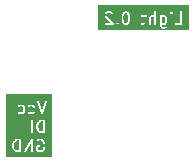
<source format=gbr>
%TF.GenerationSoftware,KiCad,Pcbnew,7.0.5*%
%TF.CreationDate,2023-10-17T21:25:03+03:00*%
%TF.ProjectId,Light,4c696768-742e-46b6-9963-61645f706362,rev?*%
%TF.SameCoordinates,Original*%
%TF.FileFunction,Legend,Bot*%
%TF.FilePolarity,Positive*%
%FSLAX46Y46*%
G04 Gerber Fmt 4.6, Leading zero omitted, Abs format (unit mm)*
G04 Created by KiCad (PCBNEW 7.0.5) date 2023-10-17 21:25:03*
%MOMM*%
%LPD*%
G01*
G04 APERTURE LIST*
%ADD10C,0.150000*%
G04 APERTURE END LIST*
D10*
G36*
X79640601Y-93394819D02*
G01*
X79489676Y-93394819D01*
X79375161Y-93356647D01*
X79301049Y-93282533D01*
X79262556Y-93205547D01*
X79219173Y-93032013D01*
X79219173Y-92907624D01*
X79262556Y-92734091D01*
X79301051Y-92657101D01*
X79375162Y-92582990D01*
X79489677Y-92544819D01*
X79640601Y-92544819D01*
X79640601Y-93394819D01*
G37*
G36*
X81688220Y-91784819D02*
G01*
X81537295Y-91784819D01*
X81422780Y-91746647D01*
X81348668Y-91672533D01*
X81310175Y-91595547D01*
X81266792Y-91422013D01*
X81266792Y-91297624D01*
X81310175Y-91124091D01*
X81348670Y-91047102D01*
X81422781Y-90972990D01*
X81537296Y-90934819D01*
X81688220Y-90934819D01*
X81688220Y-91784819D01*
G37*
G36*
X82467857Y-93967857D02*
G01*
X78509524Y-93967857D01*
X78509524Y-93038073D01*
X79066071Y-93038073D01*
X79069173Y-93050481D01*
X79069173Y-93052029D01*
X79071777Y-93060898D01*
X79115791Y-93236953D01*
X79114861Y-93245567D01*
X79121027Y-93257900D01*
X79121646Y-93260373D01*
X79125828Y-93267500D01*
X79168123Y-93352090D01*
X79170806Y-93364422D01*
X79185435Y-93379051D01*
X79199495Y-93394167D01*
X79200913Y-93394529D01*
X79278761Y-93472378D01*
X79290040Y-93486387D01*
X79304581Y-93491234D01*
X79318034Y-93498580D01*
X79325102Y-93498074D01*
X79444869Y-93537997D01*
X79455484Y-93544819D01*
X79476163Y-93544819D01*
X79496803Y-93545565D01*
X79498062Y-93544819D01*
X79710241Y-93544819D01*
X79726725Y-93547189D01*
X79741877Y-93540269D01*
X79757861Y-93535576D01*
X79761597Y-93531263D01*
X79766789Y-93528893D01*
X79775796Y-93514876D01*
X79786703Y-93502290D01*
X79787514Y-93496643D01*
X79790601Y-93491841D01*
X79790601Y-93475178D01*
X79790787Y-93473886D01*
X80113732Y-93473886D01*
X80120380Y-93492820D01*
X80126035Y-93512079D01*
X80127625Y-93513457D01*
X80128323Y-93515443D01*
X80144153Y-93527778D01*
X80159321Y-93540921D01*
X80161404Y-93541220D01*
X80163064Y-93542514D01*
X80183054Y-93544333D01*
X80202916Y-93547189D01*
X80204829Y-93546315D01*
X80206927Y-93546506D01*
X80224731Y-93537226D01*
X80242980Y-93528893D01*
X80244117Y-93527122D01*
X80245984Y-93526150D01*
X80255940Y-93508726D01*
X80266792Y-93491841D01*
X80266792Y-93489736D01*
X80688220Y-92752237D01*
X80688220Y-93480601D01*
X80697463Y-93512079D01*
X80730749Y-93540921D01*
X80774344Y-93547189D01*
X80814408Y-93528893D01*
X80838220Y-93491841D01*
X80838220Y-93369003D01*
X81113825Y-93369003D01*
X81116792Y-93382642D01*
X81116792Y-93385362D01*
X81119074Y-93393136D01*
X81123187Y-93412040D01*
X81125223Y-93414076D01*
X81126035Y-93416840D01*
X81140651Y-93429505D01*
X81183522Y-93472377D01*
X81194802Y-93486387D01*
X81209345Y-93491234D01*
X81222795Y-93498579D01*
X81229861Y-93498073D01*
X81349631Y-93537997D01*
X81360246Y-93544819D01*
X81380925Y-93544819D01*
X81401565Y-93545565D01*
X81402824Y-93544819D01*
X81468104Y-93544819D01*
X81480331Y-93547934D01*
X81499943Y-93541396D01*
X81519766Y-93535576D01*
X81520724Y-93534469D01*
X81640250Y-93494627D01*
X81657824Y-93490805D01*
X81668664Y-93479964D01*
X81681248Y-93471219D01*
X81683955Y-93464672D01*
X81761985Y-93386642D01*
X81772835Y-93380199D01*
X81782085Y-93361698D01*
X81791981Y-93343575D01*
X81791876Y-93342115D01*
X81824328Y-93277212D01*
X81830640Y-93271278D01*
X81833984Y-93257900D01*
X81835124Y-93255621D01*
X81836587Y-93247488D01*
X81880606Y-93071410D01*
X81885839Y-93063269D01*
X81885839Y-93050481D01*
X81886215Y-93048977D01*
X81885839Y-93039730D01*
X81885839Y-92910732D01*
X81888941Y-92901564D01*
X81885839Y-92889155D01*
X81885839Y-92887608D01*
X81883234Y-92878738D01*
X81839220Y-92702681D01*
X81840150Y-92694070D01*
X81833984Y-92681739D01*
X81833366Y-92679264D01*
X81829178Y-92672125D01*
X81786888Y-92587545D01*
X81784206Y-92575215D01*
X81769586Y-92560595D01*
X81755517Y-92545470D01*
X81754098Y-92545107D01*
X81676249Y-92467258D01*
X81664972Y-92453251D01*
X81650430Y-92448403D01*
X81636978Y-92441058D01*
X81629910Y-92441563D01*
X81510143Y-92401641D01*
X81499528Y-92394819D01*
X81478848Y-92394819D01*
X81458209Y-92394073D01*
X81456950Y-92394819D01*
X81338680Y-92394819D01*
X81320805Y-92392889D01*
X81307095Y-92399743D01*
X81292389Y-92404062D01*
X81287749Y-92409416D01*
X81196226Y-92455178D01*
X81172205Y-92477522D01*
X81161294Y-92520193D01*
X81175184Y-92561989D01*
X81209466Y-92589641D01*
X81253255Y-92594369D01*
X81352353Y-92544819D01*
X81465336Y-92544819D01*
X81579849Y-92582990D01*
X81653961Y-92657102D01*
X81692455Y-92734088D01*
X81735839Y-92907624D01*
X81735839Y-93032012D01*
X81692455Y-93205545D01*
X81653961Y-93282534D01*
X81579849Y-93356647D01*
X81465334Y-93394819D01*
X81394438Y-93394819D01*
X81279924Y-93356647D01*
X81266792Y-93343514D01*
X81266792Y-93116247D01*
X81393050Y-93116247D01*
X81424528Y-93107004D01*
X81453370Y-93073718D01*
X81459638Y-93030123D01*
X81441342Y-92990059D01*
X81404290Y-92966247D01*
X81197152Y-92966247D01*
X81180668Y-92963877D01*
X81165515Y-92970796D01*
X81149532Y-92975490D01*
X81145795Y-92979802D01*
X81140604Y-92982173D01*
X81131596Y-92996189D01*
X81120690Y-93008776D01*
X81119878Y-93014422D01*
X81116792Y-93019225D01*
X81116792Y-93035887D01*
X81114422Y-93052371D01*
X81116792Y-93057560D01*
X81116792Y-93361048D01*
X81113825Y-93369003D01*
X80838220Y-93369003D01*
X80838220Y-92478615D01*
X80841280Y-92465751D01*
X80834630Y-92446814D01*
X80828977Y-92427559D01*
X80827386Y-92426180D01*
X80826689Y-92424195D01*
X80810858Y-92411859D01*
X80795691Y-92398717D01*
X80793607Y-92398417D01*
X80791948Y-92397124D01*
X80771957Y-92395304D01*
X80752096Y-92392449D01*
X80750182Y-92393322D01*
X80748085Y-92393132D01*
X80730280Y-92402411D01*
X80712032Y-92410745D01*
X80710894Y-92412515D01*
X80709028Y-92413488D01*
X80699071Y-92430911D01*
X80688220Y-92447797D01*
X80688220Y-92449902D01*
X80266792Y-93187401D01*
X80266792Y-92459037D01*
X80257549Y-92427559D01*
X80224263Y-92398717D01*
X80180668Y-92392449D01*
X80140604Y-92410745D01*
X80116792Y-92447797D01*
X80116792Y-93461022D01*
X80113732Y-93473886D01*
X79790787Y-93473886D01*
X79792971Y-93458695D01*
X79790601Y-93453505D01*
X79790601Y-92475178D01*
X79792971Y-92458695D01*
X79786051Y-92443542D01*
X79781358Y-92427559D01*
X79777045Y-92423822D01*
X79774675Y-92418631D01*
X79760658Y-92409623D01*
X79748072Y-92398717D01*
X79742425Y-92397905D01*
X79737623Y-92394819D01*
X79720961Y-92394819D01*
X79704477Y-92392449D01*
X79699287Y-92394819D01*
X79486908Y-92394819D01*
X79474680Y-92391704D01*
X79455060Y-92398243D01*
X79435246Y-92404062D01*
X79434287Y-92405168D01*
X79314758Y-92445010D01*
X79297188Y-92448833D01*
X79286349Y-92459671D01*
X79273763Y-92468419D01*
X79271054Y-92474966D01*
X79193026Y-92552994D01*
X79182177Y-92559438D01*
X79172926Y-92577938D01*
X79163031Y-92596061D01*
X79163135Y-92597521D01*
X79130683Y-92662425D01*
X79124372Y-92668360D01*
X79121027Y-92681737D01*
X79119888Y-92684017D01*
X79118424Y-92692149D01*
X79074405Y-92868226D01*
X79069173Y-92876368D01*
X79069173Y-92889156D01*
X79068797Y-92890660D01*
X79069173Y-92899906D01*
X79069173Y-93028904D01*
X79066071Y-93038073D01*
X78509524Y-93038073D01*
X78509524Y-91870601D01*
X80688220Y-91870601D01*
X80697463Y-91902079D01*
X80730749Y-91930921D01*
X80774344Y-91937189D01*
X80814408Y-91918893D01*
X80838220Y-91881841D01*
X80838220Y-91428073D01*
X81113690Y-91428073D01*
X81116792Y-91440481D01*
X81116792Y-91442029D01*
X81119396Y-91450898D01*
X81163410Y-91626953D01*
X81162480Y-91635567D01*
X81168646Y-91647900D01*
X81169265Y-91650373D01*
X81173447Y-91657500D01*
X81215742Y-91742090D01*
X81218425Y-91754422D01*
X81233054Y-91769051D01*
X81247114Y-91784167D01*
X81248532Y-91784529D01*
X81326380Y-91862378D01*
X81337659Y-91876387D01*
X81352200Y-91881234D01*
X81365653Y-91888580D01*
X81372721Y-91888074D01*
X81492488Y-91927997D01*
X81503103Y-91934819D01*
X81523782Y-91934819D01*
X81544422Y-91935565D01*
X81545681Y-91934819D01*
X81757860Y-91934819D01*
X81774344Y-91937189D01*
X81789496Y-91930269D01*
X81805480Y-91925576D01*
X81809216Y-91921263D01*
X81814408Y-91918893D01*
X81823415Y-91904876D01*
X81834322Y-91892290D01*
X81835133Y-91886643D01*
X81838220Y-91881841D01*
X81838220Y-91865178D01*
X81840590Y-91848695D01*
X81838220Y-91843505D01*
X81838220Y-90865178D01*
X81840590Y-90848695D01*
X81833670Y-90833542D01*
X81828977Y-90817559D01*
X81824664Y-90813822D01*
X81822294Y-90808631D01*
X81808277Y-90799623D01*
X81795691Y-90788717D01*
X81790044Y-90787905D01*
X81785242Y-90784819D01*
X81768580Y-90784819D01*
X81752096Y-90782449D01*
X81746906Y-90784819D01*
X81534527Y-90784819D01*
X81522299Y-90781704D01*
X81502679Y-90788243D01*
X81482865Y-90794062D01*
X81481906Y-90795168D01*
X81362377Y-90835010D01*
X81344807Y-90838833D01*
X81333968Y-90849671D01*
X81321382Y-90858419D01*
X81318673Y-90864966D01*
X81240645Y-90942994D01*
X81229796Y-90949438D01*
X81220545Y-90967938D01*
X81210650Y-90986061D01*
X81210754Y-90987521D01*
X81178302Y-91052425D01*
X81171991Y-91058360D01*
X81168646Y-91071737D01*
X81167507Y-91074017D01*
X81166043Y-91082149D01*
X81122024Y-91258226D01*
X81116792Y-91266368D01*
X81116792Y-91279156D01*
X81116416Y-91280660D01*
X81116792Y-91289906D01*
X81116792Y-91418904D01*
X81113690Y-91428073D01*
X80838220Y-91428073D01*
X80838220Y-90849037D01*
X80828977Y-90817559D01*
X80795691Y-90788717D01*
X80752096Y-90782449D01*
X80712032Y-90800745D01*
X80688220Y-90837797D01*
X80688220Y-91870601D01*
X78509524Y-91870601D01*
X78509524Y-89633526D01*
X79542246Y-89633526D01*
X79556136Y-89675322D01*
X79590418Y-89702974D01*
X79634207Y-89707702D01*
X79733305Y-89658152D01*
X79888371Y-89658152D01*
X79956889Y-89692411D01*
X79987294Y-89722816D01*
X80021553Y-89791332D01*
X80021553Y-90041636D01*
X79987294Y-90110153D01*
X79956886Y-90140561D01*
X79888372Y-90174819D01*
X79733307Y-90174819D01*
X79644260Y-90130296D01*
X79611972Y-90124486D01*
X79571289Y-90141359D01*
X79546186Y-90177549D01*
X79544634Y-90221565D01*
X79567125Y-90259434D01*
X79678452Y-90315097D01*
X79693579Y-90324819D01*
X79708909Y-90324819D01*
X79723992Y-90327533D01*
X79730536Y-90324819D01*
X79902037Y-90324819D01*
X79919921Y-90326750D01*
X79933634Y-90319893D01*
X79948337Y-90315576D01*
X79952975Y-90310222D01*
X80026443Y-90273487D01*
X80038777Y-90270805D01*
X80053408Y-90256172D01*
X80068521Y-90242116D01*
X80068883Y-90240696D01*
X80095317Y-90214262D01*
X80106168Y-90207818D01*
X80115424Y-90189304D01*
X80125314Y-90171194D01*
X80125209Y-90169734D01*
X80161831Y-90096490D01*
X80171553Y-90081364D01*
X80171553Y-90066034D01*
X80174267Y-90050951D01*
X80171553Y-90044407D01*
X80171553Y-89777658D01*
X80173483Y-89759784D01*
X80166628Y-89746074D01*
X80162310Y-89731368D01*
X80156955Y-89726728D01*
X80120221Y-89653259D01*
X80117539Y-89640929D01*
X80110136Y-89633526D01*
X80399389Y-89633526D01*
X80413279Y-89675322D01*
X80447561Y-89702974D01*
X80491350Y-89707702D01*
X80590448Y-89658152D01*
X80745514Y-89658152D01*
X80814032Y-89692411D01*
X80844437Y-89722816D01*
X80878696Y-89791332D01*
X80878696Y-90041636D01*
X80844437Y-90110153D01*
X80814029Y-90140561D01*
X80745515Y-90174819D01*
X80590450Y-90174819D01*
X80501403Y-90130296D01*
X80469115Y-90124486D01*
X80428432Y-90141359D01*
X80403329Y-90177549D01*
X80401777Y-90221565D01*
X80424268Y-90259434D01*
X80535595Y-90315097D01*
X80550722Y-90324819D01*
X80566052Y-90324819D01*
X80581135Y-90327533D01*
X80587679Y-90324819D01*
X80759180Y-90324819D01*
X80777064Y-90326750D01*
X80790777Y-90319893D01*
X80805480Y-90315576D01*
X80810118Y-90310222D01*
X80883586Y-90273487D01*
X80895920Y-90270805D01*
X80910551Y-90256172D01*
X80925664Y-90242116D01*
X80926026Y-90240696D01*
X80952460Y-90214262D01*
X80963311Y-90207818D01*
X80972567Y-90189304D01*
X80982457Y-90171194D01*
X80982352Y-90169734D01*
X81018974Y-90096490D01*
X81028696Y-90081364D01*
X81028696Y-90066034D01*
X81031410Y-90050951D01*
X81028696Y-90044407D01*
X81028696Y-89777658D01*
X81030626Y-89759784D01*
X81023771Y-89746074D01*
X81019453Y-89731368D01*
X81014098Y-89726728D01*
X80977364Y-89653259D01*
X80974682Y-89640929D01*
X80960062Y-89626309D01*
X80945993Y-89611184D01*
X80944574Y-89610821D01*
X80918139Y-89584386D01*
X80911696Y-89573537D01*
X80893195Y-89564286D01*
X80875073Y-89554391D01*
X80873612Y-89554495D01*
X80800371Y-89517875D01*
X80785242Y-89508152D01*
X80769912Y-89508152D01*
X80754829Y-89505438D01*
X80748285Y-89508152D01*
X80576775Y-89508152D01*
X80558900Y-89506222D01*
X80545190Y-89513076D01*
X80530484Y-89517395D01*
X80525844Y-89522749D01*
X80434321Y-89568511D01*
X80410300Y-89590855D01*
X80399389Y-89633526D01*
X80110136Y-89633526D01*
X80102919Y-89626309D01*
X80088850Y-89611184D01*
X80087431Y-89610821D01*
X80060996Y-89584386D01*
X80054553Y-89573537D01*
X80036052Y-89564286D01*
X80017930Y-89554391D01*
X80016469Y-89554495D01*
X79943228Y-89517875D01*
X79928099Y-89508152D01*
X79912769Y-89508152D01*
X79897686Y-89505438D01*
X79891142Y-89508152D01*
X79719632Y-89508152D01*
X79701757Y-89506222D01*
X79688047Y-89513076D01*
X79673341Y-89517395D01*
X79668701Y-89522749D01*
X79577178Y-89568511D01*
X79553157Y-89590855D01*
X79542246Y-89633526D01*
X78509524Y-89633526D01*
X78509524Y-89252644D01*
X81161296Y-89252644D01*
X81497303Y-90260668D01*
X81496998Y-90269116D01*
X81504130Y-90281149D01*
X81505002Y-90283764D01*
X81509610Y-90290395D01*
X81519455Y-90307004D01*
X81522061Y-90308310D01*
X81523725Y-90310704D01*
X81541567Y-90318084D01*
X81558831Y-90326736D01*
X81561730Y-90326425D01*
X81564424Y-90327540D01*
X81583411Y-90324105D01*
X81602624Y-90322049D01*
X81604897Y-90320218D01*
X81607764Y-90319700D01*
X81621882Y-90306543D01*
X81636931Y-90294428D01*
X81637853Y-90291661D01*
X81639986Y-90289674D01*
X81644752Y-90270963D01*
X81980638Y-89263308D01*
X81981823Y-89230522D01*
X81959366Y-89192634D01*
X81919990Y-89172902D01*
X81876196Y-89177590D01*
X81841890Y-89205210D01*
X81572744Y-90012647D01*
X81307153Y-89215873D01*
X81288430Y-89188933D01*
X81247731Y-89172097D01*
X81204391Y-89179937D01*
X81172169Y-89209964D01*
X81161296Y-89252644D01*
X78509524Y-89252644D01*
X78509524Y-88637143D01*
X82467857Y-88637143D01*
X82467857Y-93967857D01*
G37*
G36*
X91985461Y-82112411D02*
G01*
X92015866Y-82142816D01*
X92050125Y-82211332D01*
X92050125Y-82461636D01*
X92015866Y-82530153D01*
X91985458Y-82560561D01*
X91916944Y-82594819D01*
X91761879Y-82594819D01*
X91723935Y-82575847D01*
X91723935Y-82097123D01*
X91761877Y-82078152D01*
X91916943Y-82078152D01*
X91985461Y-82112411D01*
G37*
G36*
X88794984Y-81779078D02*
G01*
X88825389Y-81809483D01*
X88863883Y-81886469D01*
X88907267Y-82060005D01*
X88907267Y-82279631D01*
X88863883Y-82453164D01*
X88825389Y-82530153D01*
X88794981Y-82560561D01*
X88726467Y-82594819D01*
X88666640Y-82594819D01*
X88598122Y-82560560D01*
X88567714Y-82530151D01*
X88529222Y-82453166D01*
X88485838Y-82279631D01*
X88485838Y-82060005D01*
X88529222Y-81886472D01*
X88567717Y-81809482D01*
X88598122Y-81779077D01*
X88666638Y-81744819D01*
X88726466Y-81744819D01*
X88794984Y-81779078D01*
G37*
G36*
X94067857Y-83167857D02*
G01*
X86347619Y-83167857D01*
X86347619Y-81958358D01*
X86904153Y-81958358D01*
X86910690Y-81977970D01*
X86916511Y-81997793D01*
X86917617Y-81998751D01*
X86957459Y-82118277D01*
X86961282Y-82135851D01*
X86972122Y-82146691D01*
X86980868Y-82159275D01*
X86987413Y-82161982D01*
X87420249Y-82594819D01*
X86971486Y-82594819D01*
X86940008Y-82604062D01*
X86911166Y-82637348D01*
X86904898Y-82680943D01*
X86923194Y-82721007D01*
X86960246Y-82744819D01*
X87582173Y-82744819D01*
X87584700Y-82746199D01*
X87603989Y-82744819D01*
X87612097Y-82744819D01*
X87614708Y-82744052D01*
X87628631Y-82743056D01*
X87635427Y-82737968D01*
X87643575Y-82735576D01*
X87652715Y-82725026D01*
X87663890Y-82716662D01*
X87666857Y-82708706D01*
X87672417Y-82702290D01*
X87674403Y-82688475D01*
X87679282Y-82675395D01*
X87677476Y-82667097D01*
X87678685Y-82658695D01*
X87672887Y-82646000D01*
X87669920Y-82632358D01*
X87663915Y-82626353D01*
X87660389Y-82618631D01*
X87657266Y-82616624D01*
X87856681Y-82616624D01*
X87860222Y-82632903D01*
X87861411Y-82649517D01*
X87864829Y-82654083D01*
X87866043Y-82659661D01*
X87877826Y-82671444D01*
X87887806Y-82684775D01*
X87893150Y-82686768D01*
X87915698Y-82709316D01*
X87916510Y-82712079D01*
X87927059Y-82721219D01*
X87935424Y-82732394D01*
X87943379Y-82735361D01*
X87949796Y-82740921D01*
X87958200Y-82742129D01*
X87965652Y-82746198D01*
X87971342Y-82745791D01*
X87976691Y-82747786D01*
X87984988Y-82745980D01*
X87993391Y-82747189D01*
X88001115Y-82743661D01*
X88009583Y-82743056D01*
X88014149Y-82739637D01*
X88019728Y-82738424D01*
X88025732Y-82732419D01*
X88033455Y-82728893D01*
X88038046Y-82721748D01*
X88044841Y-82716662D01*
X88046834Y-82711317D01*
X88079129Y-82679022D01*
X88092460Y-82669044D01*
X88098282Y-82653434D01*
X88106265Y-82638815D01*
X88105858Y-82633125D01*
X88107853Y-82627777D01*
X88104311Y-82611494D01*
X88103123Y-82594884D01*
X88099704Y-82590317D01*
X88098491Y-82584740D01*
X88086708Y-82572957D01*
X88076729Y-82559626D01*
X88071384Y-82557632D01*
X88048834Y-82535081D01*
X88048024Y-82532320D01*
X88037473Y-82523177D01*
X88029109Y-82512005D01*
X88021155Y-82509038D01*
X88014738Y-82503478D01*
X88006334Y-82502269D01*
X87998883Y-82498201D01*
X87993190Y-82498608D01*
X87987842Y-82496613D01*
X87979545Y-82498418D01*
X87971143Y-82497210D01*
X87963418Y-82500737D01*
X87954952Y-82501343D01*
X87950384Y-82504762D01*
X87944805Y-82505976D01*
X87938801Y-82511979D01*
X87931079Y-82515506D01*
X87926488Y-82522649D01*
X87919693Y-82527736D01*
X87917698Y-82533082D01*
X87885404Y-82565377D01*
X87872073Y-82575357D01*
X87866251Y-82590964D01*
X87858268Y-82605586D01*
X87858675Y-82611277D01*
X87856681Y-82616624D01*
X87657266Y-82616624D01*
X87648646Y-82611084D01*
X87323255Y-82285692D01*
X88332737Y-82285692D01*
X88335839Y-82298100D01*
X88335839Y-82299648D01*
X88338443Y-82308517D01*
X88382457Y-82484572D01*
X88381527Y-82493186D01*
X88387693Y-82505519D01*
X88388312Y-82507992D01*
X88392494Y-82515119D01*
X88434789Y-82599709D01*
X88437472Y-82612040D01*
X88452091Y-82626660D01*
X88466161Y-82641786D01*
X88467579Y-82642148D01*
X88494013Y-82668583D01*
X88500458Y-82679434D01*
X88518969Y-82688689D01*
X88537080Y-82698579D01*
X88538539Y-82698474D01*
X88611785Y-82735097D01*
X88626912Y-82744819D01*
X88642242Y-82744819D01*
X88657325Y-82747533D01*
X88663869Y-82744819D01*
X88740132Y-82744819D01*
X88758016Y-82746750D01*
X88771729Y-82739893D01*
X88786432Y-82735576D01*
X88791070Y-82730222D01*
X88864538Y-82693487D01*
X88876872Y-82690805D01*
X88886733Y-82680943D01*
X89952517Y-82680943D01*
X89970813Y-82721007D01*
X90007865Y-82744819D01*
X90121085Y-82744819D01*
X90138969Y-82746750D01*
X90152682Y-82739893D01*
X90167385Y-82735576D01*
X90172023Y-82730222D01*
X90236814Y-82697826D01*
X90239729Y-82697929D01*
X90256336Y-82688065D01*
X90263547Y-82684460D01*
X90265561Y-82682586D01*
X90277597Y-82675438D01*
X90281379Y-82667873D01*
X90287569Y-82662116D01*
X90291034Y-82648562D01*
X90333259Y-82564112D01*
X90342982Y-82548983D01*
X90342982Y-82533652D01*
X90345696Y-82518570D01*
X90342982Y-82512026D01*
X90342982Y-82154400D01*
X90666459Y-82154400D01*
X90669173Y-82160943D01*
X90669173Y-82680601D01*
X90678416Y-82712079D01*
X90711702Y-82740921D01*
X90755297Y-82747189D01*
X90795361Y-82728893D01*
X90819173Y-82691841D01*
X90819173Y-82163715D01*
X90847694Y-82106672D01*
X90904734Y-82078152D01*
X91012181Y-82078152D01*
X91080699Y-82112411D01*
X91097744Y-82129456D01*
X91097744Y-82680601D01*
X91106987Y-82712079D01*
X91140273Y-82740921D01*
X91183868Y-82747189D01*
X91223932Y-82728893D01*
X91247744Y-82691841D01*
X91247744Y-82111920D01*
X91250711Y-82103966D01*
X91247744Y-82090326D01*
X91247744Y-82053526D01*
X91570818Y-82053526D01*
X91573935Y-82062905D01*
X91573935Y-82620889D01*
X91573206Y-82641565D01*
X91573935Y-82642792D01*
X91573935Y-82808635D01*
X91572004Y-82826520D01*
X91578860Y-82840233D01*
X91583178Y-82854936D01*
X91588531Y-82859574D01*
X91625266Y-82933043D01*
X91627949Y-82945375D01*
X91642576Y-82960002D01*
X91656638Y-82975120D01*
X91658056Y-82975482D01*
X91684491Y-83001917D01*
X91690935Y-83012767D01*
X91709444Y-83022021D01*
X91727558Y-83031912D01*
X91729016Y-83031807D01*
X91802262Y-83068430D01*
X91817389Y-83078152D01*
X91832719Y-83078152D01*
X91847802Y-83080866D01*
X91854346Y-83078152D01*
X91978228Y-83078152D01*
X91996112Y-83080083D01*
X92009825Y-83073226D01*
X92024528Y-83068909D01*
X92029166Y-83063555D01*
X92120690Y-83017793D01*
X92144712Y-82995449D01*
X92155623Y-82952778D01*
X92141733Y-82910983D01*
X92107451Y-82883331D01*
X92063662Y-82878603D01*
X91964563Y-82928152D01*
X91857117Y-82928152D01*
X91788599Y-82893893D01*
X91758192Y-82863486D01*
X91723935Y-82794971D01*
X91723935Y-82744819D01*
X91737481Y-82744819D01*
X91752564Y-82747533D01*
X91759108Y-82744819D01*
X91930609Y-82744819D01*
X91948493Y-82746750D01*
X91962206Y-82739893D01*
X91976909Y-82735576D01*
X91981547Y-82730222D01*
X92055015Y-82693487D01*
X92067349Y-82690805D01*
X92077552Y-82680601D01*
X92478696Y-82680601D01*
X92487939Y-82712079D01*
X92521225Y-82740921D01*
X92564820Y-82747189D01*
X92604884Y-82728893D01*
X92628696Y-82691841D01*
X92628696Y-82680943D01*
X92809660Y-82680943D01*
X92827956Y-82721007D01*
X92865008Y-82744819D01*
X93357860Y-82744819D01*
X93374344Y-82747189D01*
X93389496Y-82740269D01*
X93405480Y-82735576D01*
X93409216Y-82731263D01*
X93414408Y-82728893D01*
X93423415Y-82714876D01*
X93434322Y-82702290D01*
X93435133Y-82696643D01*
X93438220Y-82691841D01*
X93438219Y-82675178D01*
X93440590Y-82658695D01*
X93438220Y-82653505D01*
X93438220Y-81659037D01*
X93428977Y-81627559D01*
X93395691Y-81598717D01*
X93352096Y-81592449D01*
X93312032Y-81610745D01*
X93288220Y-81647797D01*
X93288220Y-82594819D01*
X92876248Y-82594819D01*
X92844770Y-82604062D01*
X92815928Y-82637348D01*
X92809660Y-82680943D01*
X92628696Y-82680943D01*
X92628696Y-81992370D01*
X92619453Y-81960892D01*
X92586167Y-81932050D01*
X92542572Y-81925782D01*
X92502508Y-81944078D01*
X92478696Y-81981130D01*
X92478696Y-82680601D01*
X92077552Y-82680601D01*
X92081980Y-82676172D01*
X92097093Y-82662116D01*
X92097455Y-82660696D01*
X92123889Y-82634262D01*
X92134740Y-82627818D01*
X92143996Y-82609304D01*
X92153886Y-82591194D01*
X92153781Y-82589734D01*
X92190403Y-82516490D01*
X92200125Y-82501364D01*
X92200125Y-82486034D01*
X92202839Y-82470951D01*
X92200125Y-82464407D01*
X92200125Y-82197658D01*
X92202055Y-82179784D01*
X92195200Y-82166074D01*
X92190882Y-82151368D01*
X92185527Y-82146728D01*
X92148793Y-82073259D01*
X92146111Y-82060929D01*
X92131491Y-82046309D01*
X92117422Y-82031184D01*
X92116003Y-82030821D01*
X92089568Y-82004386D01*
X92083125Y-81993537D01*
X92064624Y-81984286D01*
X92046502Y-81974391D01*
X92045041Y-81974495D01*
X91971800Y-81937875D01*
X91956671Y-81928152D01*
X91941341Y-81928152D01*
X91926258Y-81925438D01*
X91919714Y-81928152D01*
X91748204Y-81928152D01*
X91730329Y-81926222D01*
X91716619Y-81933076D01*
X91701913Y-81937395D01*
X91697273Y-81942749D01*
X91695041Y-81943865D01*
X91681406Y-81932050D01*
X91637811Y-81925782D01*
X91597747Y-81944078D01*
X91573935Y-81981130D01*
X91573935Y-82041335D01*
X91570818Y-82053526D01*
X91247744Y-82053526D01*
X91247744Y-81711862D01*
X92428110Y-81711862D01*
X92431651Y-81728142D01*
X92432840Y-81744754D01*
X92436258Y-81749320D01*
X92437472Y-81754899D01*
X92449254Y-81766681D01*
X92459234Y-81780013D01*
X92464579Y-81782006D01*
X92487127Y-81804554D01*
X92487939Y-81807317D01*
X92498488Y-81816457D01*
X92506853Y-81827632D01*
X92514808Y-81830599D01*
X92521225Y-81836159D01*
X92529629Y-81837367D01*
X92537081Y-81841436D01*
X92542771Y-81841029D01*
X92548120Y-81843024D01*
X92556417Y-81841218D01*
X92564820Y-81842427D01*
X92572544Y-81838899D01*
X92581012Y-81838294D01*
X92585578Y-81834875D01*
X92591157Y-81833662D01*
X92597161Y-81827657D01*
X92604884Y-81824131D01*
X92609475Y-81816986D01*
X92616270Y-81811900D01*
X92618263Y-81806555D01*
X92650559Y-81774259D01*
X92663889Y-81764281D01*
X92669710Y-81748674D01*
X92677694Y-81734053D01*
X92677286Y-81728362D01*
X92679282Y-81723014D01*
X92675739Y-81706730D01*
X92674552Y-81690122D01*
X92671133Y-81685555D01*
X92669920Y-81679977D01*
X92658136Y-81668193D01*
X92648158Y-81654864D01*
X92642813Y-81652870D01*
X92620264Y-81630321D01*
X92619453Y-81627559D01*
X92608902Y-81618416D01*
X92600539Y-81607245D01*
X92592584Y-81604278D01*
X92586167Y-81598717D01*
X92577764Y-81597508D01*
X92570311Y-81593439D01*
X92564618Y-81593846D01*
X92559272Y-81591852D01*
X92550974Y-81593657D01*
X92542572Y-81592449D01*
X92534848Y-81595976D01*
X92526380Y-81596582D01*
X92521813Y-81600000D01*
X92516235Y-81601214D01*
X92510230Y-81607218D01*
X92502508Y-81610745D01*
X92497917Y-81617888D01*
X92491121Y-81622976D01*
X92489127Y-81628321D01*
X92456833Y-81660615D01*
X92443502Y-81670595D01*
X92437680Y-81686202D01*
X92429697Y-81700823D01*
X92430104Y-81706515D01*
X92428110Y-81711862D01*
X91247744Y-81711862D01*
X91247744Y-81659037D01*
X91238501Y-81627559D01*
X91205215Y-81598717D01*
X91161620Y-81592449D01*
X91121556Y-81610745D01*
X91097744Y-81647797D01*
X91097744Y-81953227D01*
X91067038Y-81937875D01*
X91051909Y-81928152D01*
X91036579Y-81928152D01*
X91021496Y-81925438D01*
X91014952Y-81928152D01*
X90891061Y-81928152D01*
X90873186Y-81926222D01*
X90859476Y-81933076D01*
X90844770Y-81937395D01*
X90840130Y-81942749D01*
X90775339Y-81975144D01*
X90772427Y-81975042D01*
X90755826Y-81984901D01*
X90748607Y-81988511D01*
X90746590Y-81990386D01*
X90734558Y-81997533D01*
X90730775Y-82005097D01*
X90724586Y-82010855D01*
X90721120Y-82024408D01*
X90678896Y-82108857D01*
X90669173Y-82123987D01*
X90669172Y-82139317D01*
X90666459Y-82154400D01*
X90342982Y-82154400D01*
X90342982Y-82078152D01*
X90421621Y-82078152D01*
X90453099Y-82068909D01*
X90481941Y-82035623D01*
X90488209Y-81992028D01*
X90469913Y-81951964D01*
X90432861Y-81928152D01*
X90342982Y-81928152D01*
X90342982Y-81659037D01*
X90333739Y-81627559D01*
X90300453Y-81598717D01*
X90256858Y-81592449D01*
X90216794Y-81610745D01*
X90192982Y-81647797D01*
X90192982Y-81928152D01*
X90019105Y-81928152D01*
X89987627Y-81937395D01*
X89958785Y-81970681D01*
X89952517Y-82014276D01*
X89970813Y-82054340D01*
X90007865Y-82078152D01*
X90192982Y-82078152D01*
X90192982Y-82509255D01*
X90164460Y-82566298D01*
X90107420Y-82594819D01*
X90019105Y-82594819D01*
X89987627Y-82604062D01*
X89958785Y-82637348D01*
X89952517Y-82680943D01*
X88886733Y-82680943D01*
X88891503Y-82676172D01*
X88906616Y-82662116D01*
X88906978Y-82660696D01*
X88933412Y-82634262D01*
X88944263Y-82627818D01*
X88953519Y-82609304D01*
X88963409Y-82591194D01*
X88963304Y-82589734D01*
X88995756Y-82524831D01*
X89002068Y-82518897D01*
X89005412Y-82505519D01*
X89006552Y-82503240D01*
X89008015Y-82495107D01*
X89052034Y-82319029D01*
X89057267Y-82310888D01*
X89057267Y-82298100D01*
X89057643Y-82296596D01*
X89057267Y-82287349D01*
X89057267Y-82063113D01*
X89060369Y-82053945D01*
X89057267Y-82041536D01*
X89057267Y-82039989D01*
X89054662Y-82031119D01*
X89010648Y-81855062D01*
X89011578Y-81846451D01*
X89005412Y-81834120D01*
X89004794Y-81831645D01*
X89000606Y-81824506D01*
X88958316Y-81739926D01*
X88955634Y-81727596D01*
X88941014Y-81712976D01*
X88926945Y-81697851D01*
X88925526Y-81697488D01*
X88899091Y-81671053D01*
X88892648Y-81660204D01*
X88874147Y-81650953D01*
X88856025Y-81641058D01*
X88854564Y-81641162D01*
X88781323Y-81604542D01*
X88766194Y-81594819D01*
X88750864Y-81594819D01*
X88735781Y-81592105D01*
X88729237Y-81594819D01*
X88652965Y-81594819D01*
X88635090Y-81592889D01*
X88621380Y-81599743D01*
X88606674Y-81604062D01*
X88602034Y-81609416D01*
X88528565Y-81646150D01*
X88516235Y-81648833D01*
X88501615Y-81663452D01*
X88486490Y-81677522D01*
X88486127Y-81678940D01*
X88459692Y-81705375D01*
X88448843Y-81711819D01*
X88439592Y-81730319D01*
X88429697Y-81748442D01*
X88429801Y-81749902D01*
X88397349Y-81814806D01*
X88391038Y-81820741D01*
X88387693Y-81834118D01*
X88386554Y-81836398D01*
X88385090Y-81844530D01*
X88341071Y-82020607D01*
X88335839Y-82028749D01*
X88335839Y-82041537D01*
X88335463Y-82043041D01*
X88335839Y-82052287D01*
X88335839Y-82276523D01*
X88332737Y-82285692D01*
X87323255Y-82285692D01*
X87095439Y-82057876D01*
X87057267Y-81943361D01*
X87057268Y-81878001D01*
X87091527Y-81809482D01*
X87121932Y-81779077D01*
X87190448Y-81744819D01*
X87393133Y-81744819D01*
X87461651Y-81779078D01*
X87508287Y-81825714D01*
X87537081Y-81841436D01*
X87581012Y-81838294D01*
X87616270Y-81811900D01*
X87631663Y-81770633D01*
X87622301Y-81727596D01*
X87565758Y-81671053D01*
X87559315Y-81660204D01*
X87540814Y-81650953D01*
X87522692Y-81641058D01*
X87521231Y-81641162D01*
X87447990Y-81604542D01*
X87432861Y-81594819D01*
X87417531Y-81594819D01*
X87402448Y-81592105D01*
X87395904Y-81594819D01*
X87176775Y-81594819D01*
X87158900Y-81592889D01*
X87145190Y-81599743D01*
X87130484Y-81604062D01*
X87125844Y-81609416D01*
X87052375Y-81646150D01*
X87040045Y-81648833D01*
X87025425Y-81663452D01*
X87010300Y-81677522D01*
X87009937Y-81678940D01*
X86983502Y-81705375D01*
X86972653Y-81711819D01*
X86963402Y-81730319D01*
X86953507Y-81748442D01*
X86953611Y-81749902D01*
X86916991Y-81823143D01*
X86907268Y-81838273D01*
X86907268Y-81853603D01*
X86904554Y-81868686D01*
X86907268Y-81875229D01*
X86907268Y-81946130D01*
X86904153Y-81958358D01*
X86347619Y-81958358D01*
X86347619Y-81057143D01*
X94067857Y-81057143D01*
X94067857Y-83167857D01*
G37*
M02*

</source>
